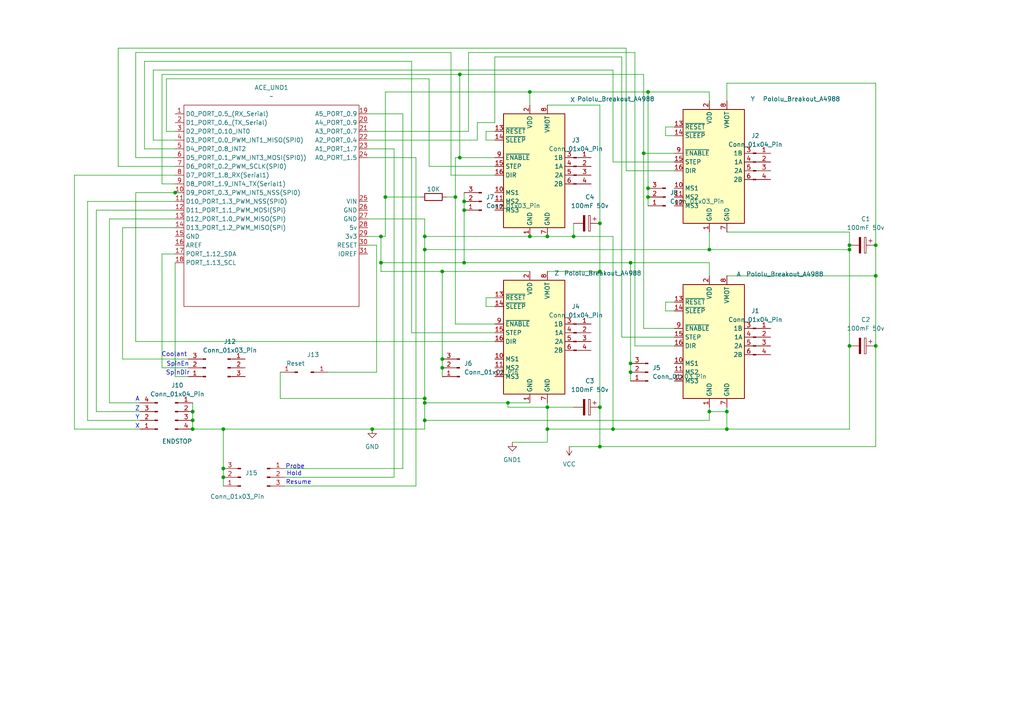
<source format=kicad_sch>
(kicad_sch (version 20250114) (generator "eeschema") (generator_version "9.0")
  (paper "A4")
  (lib_symbols
    (symbol "Connector:Conn_01x01_Pin" (pin_names (offset 1.016) (hide yes))
      (property "Reference" "J" (at 0 2.54 0))
      (property "Value" "Conn_01x01_Pin" (at 0 -2.54 0))
      (symbol "Conn_01x01_Pin_1_1"
        (rectangle (start 0.8636 0.127) (end 0 -0.127) (stroke (width 0.1524)) (fill (type outline)))
        (polyline (pts (xy 1.27 0) (xy 0.8636 0)) (stroke (width 0.1524)))
        (pin passive line (at 5.08 0 180) (length 3.81) (name "Pin_1") (number "1"))
      )
    )
    (symbol "Connector:Conn_01x03_Pin" (pin_names (offset 1.016) (hide yes))
      (property "Reference" "J" (at 0 5.08 0))
      (property "Value" "Conn_01x03_Pin" (at 0 -5.08 0))
      (symbol "Conn_01x03_Pin_1_1"
        (rectangle (start 0.8636 2.667) (end 0 2.413) (stroke (width 0.1524)) (fill (type outline)))
        (rectangle (start 0.8636 0.127) (end 0 -0.127) (stroke (width 0.1524)) (fill (type outline)))
        (rectangle (start 0.8636 -2.413) (end 0 -2.667) (stroke (width 0.1524)) (fill (type outline)))
        (polyline (pts (xy 1.27 2.54) (xy 0.8636 2.54)) (stroke (width 0.1524)))
        (polyline (pts (xy 1.27 0) (xy 0.8636 0)) (stroke (width 0.1524)))
        (polyline (pts (xy 1.27 -2.54) (xy 0.8636 -2.54)) (stroke (width 0.1524)))
        (pin passive line (at 5.08 2.54 180) (length 3.81) (name "Pin_1") (number "1"))
        (pin passive line (at 5.08 0 180) (length 3.81) (name "Pin_2") (number "2"))
        (pin passive line (at 5.08 -2.54 180) (length 3.81) (name "Pin_3") (number "3"))
      )
    )
    (symbol "Connector:Conn_01x04_Pin" (pin_names (offset 1.016) (hide yes))
      (property "Reference" "J" (at 0 5.08 0))
      (property "Value" "Conn_01x04_Pin" (at 0 -7.62 0))
      (symbol "Conn_01x04_Pin_1_1"
        (rectangle (start 0.8636 2.667) (end 0 2.413) (stroke (width 0.1524)) (fill (type outline)))
        (rectangle (start 0.8636 0.127) (end 0 -0.127) (stroke (width 0.1524)) (fill (type outline)))
        (rectangle (start 0.8636 -2.413) (end 0 -2.667) (stroke (width 0.1524)) (fill (type outline)))
        (rectangle (start 0.8636 -4.953) (end 0 -5.207) (stroke (width 0.1524)) (fill (type outline)))
        (polyline (pts (xy 1.27 2.54) (xy 0.8636 2.54)) (stroke (width 0.1524)))
        (polyline (pts (xy 1.27 0) (xy 0.8636 0)) (stroke (width 0.1524)))
        (polyline (pts (xy 1.27 -2.54) (xy 0.8636 -2.54)) (stroke (width 0.1524)))
        (polyline (pts (xy 1.27 -5.08) (xy 0.8636 -5.08)) (stroke (width 0.1524)))
        (pin passive line (at 5.08 2.54 180) (length 3.81) (name "Pin_1") (number "1"))
        (pin passive line (at 5.08 0 180) (length 3.81) (name "Pin_2") (number "2"))
        (pin passive line (at 5.08 -2.54 180) (length 3.81) (name "Pin_3") (number "3"))
        (pin passive line (at 5.08 -5.08 180) (length 3.81) (name "Pin_4") (number "4"))
      )
    )
    (symbol "Device:C_Polarized" (pin_numbers (hide yes)) (pin_names (offset 0.254))
      (property "Reference" "C" (at 0.635 2.54 0))
      (property "Value" "C_Polarized" (at 0.635 -2.54 0))
      (symbol "C_Polarized_0_1"
        (rectangle (start -2.286 0.508) (end 2.286 1.016))
        (polyline (pts (xy -1.778 2.286) (xy -0.762 2.286)))
        (polyline (pts (xy -1.27 2.794) (xy -1.27 1.778)))
        (rectangle (start 2.286 -0.508) (end -2.286 -1.016) (fill (type outline)))
      )
      (symbol "C_Polarized_1_1"
        (pin passive line (at 0 3.81 270) (length 2.794) (name "~") (number "1"))
        (pin passive line (at 0 -3.81 90) (length 2.794) (name "~") (number "2"))
      )
    )
    (symbol "Device:R" (pin_numbers (hide yes)) (pin_names (offset 0))
      (property "Reference" "R" (at 2.032 0 90))
      (property "Value" "R" (at 0 0 90))
      (symbol "R_0_1"
        (rectangle (start -1.016 -2.54) (end 1.016 2.54) (stroke (width 0.254)))
      )
      (symbol "R_1_1"
        (pin passive line (at 0 3.81 270) (length 1.27) (name "~") (number "1"))
        (pin passive line (at 0 -3.81 90) (length 1.27) (name "~") (number "2"))
      )
    )
    (symbol "Driver_Motor:Pololu_Breakout_A4988"
      (property "Reference" "A" (at -2.54 19.05 0))
      (property "Value" "Pololu_Breakout_A4988" (at -2.54 16.51 0))
      (symbol "Pololu_Breakout_A4988_0_1"
        (rectangle (start 10.16 -17.78) (end -7.62 15.24) (stroke (width 0.254)) (fill (type background)))
      )
      (symbol "Pololu_Breakout_A4988_1_1"
        (pin input line (at -10.16 10.16 0) (length 2.54) (name "~{RESET}") (number "13"))
        (pin input line (at -10.16 7.62 0) (length 2.54) (name "~{SLEEP}") (number "14"))
        (pin input line (at -10.16 2.54 0) (length 2.54) (name "~{ENABLE}") (number "9"))
        (pin input line (at -10.16 0 0) (length 2.54) (name "STEP") (number "15"))
        (pin input line (at -10.16 -2.54 0) (length 2.54) (name "DIR") (number "16"))
        (pin input line (at -10.16 -7.62 0) (length 2.54) (name "MS1") (number "10"))
        (pin input line (at -10.16 -10.16 0) (length 2.54) (name "MS2") (number "11"))
        (pin input line (at -10.16 -12.7 0) (length 2.54) (name "MS3") (number "12"))
        (pin power_in line (at 0 17.78 270) (length 2.54) (name "VDD") (number "2"))
        (pin power_in line (at 0 -20.32 90) (length 2.54) (name "GND") (number "1"))
        (pin power_in line (at 5.08 17.78 270) (length 2.54) (name "VMOT") (number "8"))
        (pin power_in line (at 5.08 -20.32 90) (length 2.54) (name "GND") (number "7"))
        (pin output line (at 12.7 2.54 180) (length 2.54) (name "1B") (number "3"))
        (pin output line (at 12.7 0 180) (length 2.54) (name "1A") (number "4"))
        (pin output line (at 12.7 -2.54 180) (length 2.54) (name "2A") (number "5"))
        (pin output line (at 12.7 -5.08 180) (length 2.54) (name "2B") (number "6"))
      )
    )
    (symbol "elron:ACE_UNO"
      (property "Reference" "ACE_UNO" (at -134.366 184.404 0))
      (symbol "ACE_UNO_0_0"
        (pin input line (at -163.83 180.34 0) (length 2.54) (name "D0_PORT_0.5_(RX_Serial)") (number "1"))
        (pin output line (at -163.83 177.8 0) (length 2.54) (name "D1_PORT_0.6_(TX_Serial)") (number "2"))
        (pin bidirectional line (at -163.83 175.26 0) (length 2.54) (name "D2_PORT_0.10_INT0") (number "3"))
        (pin bidirectional line (at -163.83 172.72 0) (length 2.54) (name "D3_PORT_0.0_PWM_INT1_MISO(SPI0)") (number "4"))
        (pin bidirectional line (at -163.83 170.18 0) (length 2.54) (name "D4_PORT_0.8_INT2") (number "5"))
        (pin bidirectional line (at -163.83 167.64 0) (length 2.54) (name "D5_PORT_0.1_PWM_INT3_MOSI(SPI0))") (number "6"))
        (pin bidirectional line (at -163.83 165.1 0) (length 2.54) (name "D6_PORT_0.2_PWM_SCLK(SPI0)") (number "7"))
        (pin bidirectional line (at -163.83 162.56 0) (length 2.54) (name "D7_PORT_1.8_RX(Serial1)") (number "8"))
        (pin bidirectional line (at -163.83 160.02 0) (length 2.54) (name "D8_PORT_1.9_INT4_TX(Serial1)") (number "9"))
        (pin bidirectional line (at -163.83 157.48 0) (length 2.54) (name "D9_PORT_0.3_PWM_INT5_NSS(SPI0)") (number "10"))
        (pin bidirectional line (at -163.83 154.94 0) (length 2.54) (name "D10_PORT_1.3_PWM_NSS(SPI0)") (number "11"))
        (pin bidirectional line (at -163.83 152.4 0) (length 2.54) (name "D11_PORT_1.1_PWM_MOSI(SPI)") (number "12"))
        (pin bidirectional line (at -163.83 149.86 0) (length 2.54) (name "D12_PORT_1.0_PWM_MISO(SPI)") (number "13"))
        (pin bidirectional line (at -163.83 147.32 0) (length 2.54) (name "D13_PORT_1.2_PWM_MISO(SPI)") (number "14"))
        (pin passive line (at -163.83 144.78 0) (length 2.54) (name "GND") (number "15"))
        (pin free line (at -163.83 142.24 0) (length 2.54) (name "AREF") (number "16"))
        (pin bidirectional line (at -163.83 139.7 0) (length 2.54) (name "PORT_1.12_SDA") (number "17"))
        (pin bidirectional line (at -163.83 137.16 0) (length 2.54) (name "PORT_1.13_SCL") (number "18"))
        (pin bidirectional line (at -107.95 180.34 180) (length 2.54) (name "A5_PORT_0.9") (number "19"))
        (pin bidirectional line (at -107.95 177.8 180) (length 2.54) (name "A4_PORT_0.9") (number "20"))
        (pin bidirectional line (at -107.95 175.26 180) (length 2.54) (name "А3_PORT_0.7") (number "21"))
        (pin bidirectional line (at -107.95 172.72 180) (length 2.54) (name "А2_PORT_0.4") (number "22"))
        (pin bidirectional line (at -107.95 170.18 180) (length 2.54) (name "А1_PORT_1.7") (number "23"))
        (pin bidirectional line (at -107.95 167.64 180) (length 2.54) (name "А0_PORT_1.5") (number "24"))
        (pin power_in line (at -107.95 154.94 180) (length 2.54) (name "VIN") (number "25"))
        (pin passive line (at -107.95 152.4 180) (length 2.54) (name "GND") (number "26"))
        (pin passive line (at -107.95 149.86 180) (length 2.54) (name "GND") (number "27"))
        (pin power_out line (at -107.95 147.32 180) (length 2.54) (name "5v") (number "28"))
        (pin power_out line (at -107.95 144.78 180) (length 2.54) (name "3v3") (number "29"))
        (pin bidirectional line (at -107.95 142.24 180) (length 2.54) (name "RESET") (number "30"))
        (pin bidirectional line (at -107.95 139.7 180) (length 2.54) (name "IOREF") (number "31"))
      )
      (symbol "ACE_UNO_0_1"
        (rectangle (start -161.29 182.88) (end -110.49 124.46))
      )
    )
    (symbol "power:GND" (power) (pin_numbers (hide yes)) (pin_names (offset 0) (hide yes))
      (property "Value" "GND" (at 0 -3.81 0))
      (symbol "GND_0_1"
        (polyline (pts (xy 0 0) (xy 0 -1.27) (xy 1.27 -1.27) (xy 0 -2.54) (xy -1.27 -1.27) (xy 0 -1.27)))
      )
      (symbol "GND_1_1"
        (pin power_in line (at 0 0 270) (length 0) (name "~") (number "1"))
      )
    )
    (symbol "power:GND1" (power) (pin_numbers (hide yes)) (pin_names (offset 0) (hide yes))
      (property "Value" "GND1" (at 0 -3.81 0))
      (symbol "GND1_0_1"
        (polyline (pts (xy 0 0) (xy 0 -1.27) (xy 1.27 -1.27) (xy 0 -2.54) (xy -1.27 -1.27) (xy 0 -1.27)))
      )
      (symbol "GND1_1_1"
        (pin power_in line (at 0 0 270) (length 0) (name "~") (number "1"))
      )
    )
    (symbol "power:VCC" (power) (pin_numbers (hide yes)) (pin_names (offset 0) (hide yes))
      (property "Value" "VCC" (at 0 3.556 0))
      (symbol "VCC_0_1"
        (polyline (pts (xy -0.762 1.27) (xy 0 2.54)))
        (polyline (pts (xy 0 2.54) (xy 0.762 1.27)))
        (polyline (pts (xy 0 0) (xy 0 2.54)))
      )
      (symbol "VCC_1_1"
        (pin power_in line (at 0 0 90) (length 0) (name "~") (number "1"))
      )
    )
  )
  (text "Resume" (at 86.614 139.954 0) (effects (font (size 1.27 1.27))))
  (text "Coolant" (at 50.546 102.87 0) (effects (font (size 1.27 1.27))))
  (text "A" (at 39.878 115.824 0) (effects (font (size 1.27 1.27))))
  (text "X" (at 39.878 123.698 0) (effects (font (size 1.27 1.27))))
  (text "Probe" (at 85.598 135.382 0) (effects (font (size 1.27 1.27))))
  (text "Y" (at 39.878 121.158 0) (effects (font (size 1.27 1.27))))
  (text "SpinEn" (at 51.562 105.664 0) (effects (font (size 1.27 1.27))))
  (text "Z" (at 39.878 118.618 0) (effects (font (size 1.27 1.27))))
  (text "Hold" (at 85.344 137.414 0) (effects (font (size 1.27 1.27))))
  (text "SpinDir" (at 51.562 108.204 0) (effects (font (size 1.27 1.27))))
  (junction (at 64.77 124.46))
  (junction (at 246.38 100.33))
  (junction (at 182.88 105.41))
  (junction (at 187.96 54.61))
  (junction (at 123.19 115.57))
  (junction (at 134.62 60.96))
  (junction (at 55.88 119.38))
  (junction (at 64.77 135.89))
  (junction (at 50.8 55.88))
  (junction (at 111.76 57.15))
  (junction (at 205.74 119.38))
  (junction (at 158.75 68.58))
  (junction (at 134.62 58.42))
  (junction (at 177.8 124.46))
  (junction (at 153.67 26.67))
  (junction (at 128.27 104.14))
  (junction (at 153.67 68.58))
  (junction (at 210.82 124.46))
  (junction (at 254 100.33))
  (junction (at 128.27 78.74))
  (junction (at 205.74 72.39))
  (junction (at 158.75 118.11))
  (junction (at 133.35 21.59))
  (junction (at 123.19 72.39))
  (junction (at 210.82 119.38))
  (junction (at 132.08 57.15))
  (junction (at 173.99 64.77))
  (junction (at 182.88 76.2))
  (junction (at 187.96 57.15))
  (junction (at 64.77 138.43))
  (junction (at 254 71.12))
  (junction (at 186.69 44.45))
  (junction (at 166.37 68.58))
  (junction (at 173.99 129.54))
  (junction (at 158.75 124.46))
  (junction (at 107.95 124.46))
  (junction (at 173.99 78.74))
  (junction (at 246.38 72.39))
  (junction (at 134.62 76.2))
  (junction (at 187.96 26.67))
  (junction (at 254 80.01))
  (junction (at 123.19 68.58))
  (junction (at 173.99 118.11))
  (junction (at 110.49 76.2))
  (junction (at 147.32 116.84))
  (junction (at 123.19 121.92))
  (junction (at 133.35 45.72))
  (junction (at 128.27 106.68))
  (junction (at 55.88 121.92))
  (junction (at 246.38 71.12))
  (junction (at 55.88 124.46))
  (junction (at 123.19 116.84))
  (junction (at 110.49 68.58))
  (junction (at 182.88 107.95))
  (wire (pts (xy 25.4 58.42) (xy 25.4 121.92)))
  (wire (pts (xy 123.19 68.58) (xy 123.19 72.39)))
  (wire (pts (xy 109.22 71.12) (xy 109.22 107.95)))
  (wire (pts (xy 31.75 116.84) (xy 40.64 116.84)))
  (wire (pts (xy 140.97 86.36) (xy 140.97 88.9)))
  (wire (pts (xy 41.91 43.18) (xy 41.91 17.78)))
  (wire (pts (xy 21.59 50.8) (xy 21.59 124.46)))
  (wire (pts (xy 153.67 78.74) (xy 128.27 78.74)))
  (wire (pts (xy 130.81 15.24) (xy 130.81 50.8)))
  (wire (pts (xy 147.32 116.84) (xy 123.19 116.84)))
  (wire (pts (xy 123.19 63.5) (xy 123.19 68.58)))
  (wire (pts (xy 134.62 76.2) (xy 182.88 76.2)))
  (wire (pts (xy 210.82 80.01) (xy 254 80.01)))
  (wire (pts (xy 205.74 119.38) (xy 210.82 119.38)))
  (wire (pts (xy 210.82 118.11) (xy 210.82 119.38)))
  (wire (pts (xy 50.8 55.88) (xy 39.37 55.88)))
  (wire (pts (xy 187.96 54.61) (xy 187.96 57.15)))
  (wire (pts (xy 193.04 90.17) (xy 195.58 90.17)))
  (wire (pts (xy 158.75 30.48) (xy 173.99 30.48)))
  (wire (pts (xy 134.62 58.42) (xy 134.62 60.96)))
  (wire (pts (xy 133.35 45.72) (xy 143.51 45.72)))
  (wire (pts (xy 39.37 45.72) (xy 39.37 15.24)))
  (wire (pts (xy 210.82 119.38) (xy 210.82 124.46)))
  (wire (pts (xy 48.26 38.1) (xy 48.26 22.86)))
  (wire (pts (xy 46.99 106.68) (xy 54.61 106.68)))
  (wire (pts (xy 187.96 26.67) (xy 205.74 26.67)))
  (wire (pts (xy 124.46 22.86) (xy 124.46 48.26)))
  (wire (pts (xy 184.15 15.24) (xy 184.15 100.33)))
  (wire (pts (xy 106.68 40.64) (xy 138.43 40.64)))
  (wire (pts (xy 39.37 55.88) (xy 39.37 99.06)))
  (wire (pts (xy 138.43 35.56) (xy 143.51 35.56)))
  (wire (pts (xy 35.56 104.14) (xy 54.61 104.14)))
  (wire (pts (xy 158.75 68.58) (xy 166.37 68.58)))
  (wire (pts (xy 153.67 116.84) (xy 147.32 116.84)))
  (wire (pts (xy 246.38 71.12) (xy 246.38 72.39)))
  (wire (pts (xy 158.75 78.74) (xy 173.99 78.74)))
  (wire (pts (xy 50.8 76.2) (xy 50.8 109.22)))
  (wire (pts (xy 186.69 21.59) (xy 186.69 44.45)))
  (wire (pts (xy 246.38 72.39) (xy 246.38 100.33)))
  (wire (pts (xy 31.75 63.5) (xy 31.75 116.84)))
  (wire (pts (xy 128.27 106.68) (xy 128.27 109.22)))
  (wire (pts (xy 173.99 30.48) (xy 173.99 64.77)))
  (wire (pts (xy 158.75 124.46) (xy 158.75 128.27)))
  (wire (pts (xy 48.26 22.86) (xy 124.46 22.86)))
  (wire (pts (xy 111.76 26.67) (xy 111.76 57.15)))
  (wire (pts (xy 254 24.13) (xy 254 71.12)))
  (wire (pts (xy 177.8 20.32) (xy 177.8 46.99)))
  (wire (pts (xy 132.08 45.72) (xy 133.35 45.72)))
  (wire (pts (xy 111.76 26.67) (xy 153.67 26.67)))
  (wire (pts (xy 44.45 40.64) (xy 44.45 20.32)))
  (wire (pts (xy 186.69 95.25) (xy 195.58 95.25)))
  (wire (pts (xy 246.38 124.46) (xy 210.82 124.46)))
  (wire (pts (xy 55.88 121.92) (xy 55.88 124.46)))
  (wire (pts (xy 153.67 68.58) (xy 123.19 68.58)))
  (wire (pts (xy 120.65 140.97) (xy 82.55 140.97)))
  (wire (pts (xy 135.89 15.24) (xy 184.15 15.24)))
  (wire (pts (xy 109.22 107.95) (xy 95.25 107.95)))
  (wire (pts (xy 123.19 115.57) (xy 123.19 116.84)))
  (wire (pts (xy 135.89 38.1) (xy 135.89 15.24)))
  (wire (pts (xy 153.67 26.67) (xy 187.96 26.67)))
  (wire (pts (xy 205.74 72.39) (xy 246.38 72.39)))
  (wire (pts (xy 153.67 30.48) (xy 153.67 26.67)))
  (wire (pts (xy 111.76 68.58) (xy 110.49 68.58)))
  (wire (pts (xy 180.34 16.51) (xy 180.34 97.79)))
  (wire (pts (xy 106.68 38.1) (xy 135.89 38.1)))
  (wire (pts (xy 39.37 15.24) (xy 130.81 15.24)))
  (wire (pts (xy 158.75 128.27) (xy 148.59 128.27)))
  (wire (pts (xy 123.19 116.84) (xy 123.19 121.92)))
  (wire (pts (xy 180.34 97.79) (xy 195.58 97.79)))
  (wire (pts (xy 254 100.33) (xy 254 129.54)))
  (wire (pts (xy 195.58 36.83) (xy 193.04 36.83)))
  (wire (pts (xy 55.88 119.38) (xy 55.88 121.92)))
  (wire (pts (xy 205.74 118.11) (xy 205.74 119.38)))
  (wire (pts (xy 64.77 124.46) (xy 107.95 124.46)))
  (wire (pts (xy 193.04 39.37) (xy 195.58 39.37)))
  (wire (pts (xy 106.68 33.02) (xy 116.84 33.02)))
  (wire (pts (xy 187.96 26.67) (xy 187.96 54.61)))
  (wire (pts (xy 147.32 116.84) (xy 147.32 118.11)))
  (wire (pts (xy 153.67 68.58) (xy 158.75 68.58)))
  (wire (pts (xy 184.15 100.33) (xy 195.58 100.33)))
  (wire (pts (xy 195.58 87.63) (xy 193.04 87.63)))
  (wire (pts (xy 187.96 57.15) (xy 187.96 59.69)))
  (wire (pts (xy 110.49 76.2) (xy 110.49 78.74)))
  (wire (pts (xy 210.82 29.21) (xy 210.82 24.13)))
  (wire (pts (xy 143.51 16.51) (xy 180.34 16.51)))
  (wire (pts (xy 140.97 38.1) (xy 140.97 40.64)))
  (wire (pts (xy 27.94 119.38) (xy 40.64 119.38)))
  (wire (pts (xy 50.8 63.5) (xy 31.75 63.5)))
  (wire (pts (xy 41.91 17.78) (xy 119.38 17.78)))
  (wire (pts (xy 27.94 60.96) (xy 27.94 119.38)))
  (wire (pts (xy 50.8 50.8) (xy 21.59 50.8)))
  (wire (pts (xy 64.77 135.89) (xy 64.77 124.46)))
  (wire (pts (xy 182.88 76.2) (xy 182.88 105.41)))
  (wire (pts (xy 186.69 44.45) (xy 195.58 44.45)))
  (wire (pts (xy 210.82 24.13) (xy 254 24.13)))
  (wire (pts (xy 110.49 76.2) (xy 134.62 76.2)))
  (wire (pts (xy 46.99 21.59) (xy 133.35 21.59)))
  (wire (pts (xy 123.19 72.39) (xy 123.19 115.57)))
  (wire (pts (xy 133.35 21.59) (xy 133.35 45.72)))
  (wire (pts (xy 143.51 35.56) (xy 143.51 16.51)))
  (wire (pts (xy 50.8 53.34) (xy 46.99 53.34)))
  (wire (pts (xy 173.99 118.11) (xy 173.99 129.54)))
  (wire (pts (xy 119.38 96.52) (xy 143.51 96.52)))
  (wire (pts (xy 34.29 48.26) (xy 34.29 13.97)))
  (wire (pts (xy 158.75 116.84) (xy 158.75 118.11)))
  (wire (pts (xy 110.49 68.58) (xy 110.49 76.2)))
  (wire (pts (xy 177.8 124.46) (xy 158.75 124.46)))
  (wire (pts (xy 177.8 46.99) (xy 195.58 46.99)))
  (wire (pts (xy 50.8 73.66) (xy 46.99 73.66)))
  (wire (pts (xy 181.61 49.53) (xy 195.58 49.53)))
  (wire (pts (xy 39.37 99.06) (xy 143.51 99.06)))
  (wire (pts (xy 130.81 50.8) (xy 143.51 50.8)))
  (wire (pts (xy 186.69 44.45) (xy 186.69 95.25)))
  (wire (pts (xy 44.45 20.32) (xy 177.8 20.32)))
  (wire (pts (xy 123.19 72.39) (xy 205.74 72.39)))
  (wire (pts (xy 181.61 13.97) (xy 181.61 49.53)))
  (wire (pts (xy 111.76 57.15) (xy 111.76 68.58)))
  (wire (pts (xy 55.88 116.84) (xy 55.88 119.38)))
  (wire (pts (xy 193.04 87.63) (xy 193.04 90.17)))
  (wire (pts (xy 134.62 60.96) (xy 134.62 76.2)))
  (wire (pts (xy 177.8 68.58) (xy 177.8 124.46)))
  (wire (pts (xy 64.77 140.97) (xy 64.77 138.43)))
  (wire (pts (xy 46.99 53.34) (xy 46.99 21.59)))
  (wire (pts (xy 106.68 43.18) (xy 114.3 43.18)))
  (wire (pts (xy 173.99 78.74) (xy 173.99 118.11)))
  (wire (pts (xy 50.8 58.42) (xy 25.4 58.42)))
  (wire (pts (xy 173.99 64.77) (xy 173.99 78.74)))
  (wire (pts (xy 106.68 45.72) (xy 120.65 45.72)))
  (wire (pts (xy 50.8 48.26) (xy 34.29 48.26)))
  (wire (pts (xy 138.43 40.64) (xy 138.43 35.56)))
  (wire (pts (xy 205.74 29.21) (xy 205.74 26.67)))
  (wire (pts (xy 123.19 63.5) (xy 106.68 63.5)))
  (wire (pts (xy 35.56 66.04) (xy 35.56 104.14)))
  (wire (pts (xy 50.8 43.18) (xy 41.91 43.18)))
  (wire (pts (xy 254 71.12) (xy 254 80.01)))
  (wire (pts (xy 129.54 57.15) (xy 132.08 57.15)))
  (wire (pts (xy 132.08 45.72) (xy 132.08 57.15)))
  (wire (pts (xy 64.77 138.43) (xy 64.77 135.89)))
  (wire (pts (xy 133.35 21.59) (xy 186.69 21.59)))
  (wire (pts (xy 50.8 45.72) (xy 39.37 45.72)))
  (wire (pts (xy 143.51 86.36) (xy 140.97 86.36)))
  (wire (pts (xy 166.37 68.58) (xy 177.8 68.58)))
  (wire (pts (xy 106.68 71.12) (xy 109.22 71.12)))
  (wire (pts (xy 50.8 66.04) (xy 35.56 66.04)))
  (wire (pts (xy 116.84 33.02) (xy 116.84 135.89)))
  (wire (pts (xy 46.99 73.66) (xy 46.99 106.68)))
  (wire (pts (xy 116.84 135.89) (xy 82.55 135.89)))
  (wire (pts (xy 50.8 60.96) (xy 27.94 60.96)))
  (wire (pts (xy 147.32 118.11) (xy 158.75 118.11)))
  (wire (pts (xy 120.65 45.72) (xy 120.65 140.97)))
  (wire (pts (xy 124.46 48.26) (xy 143.51 48.26)))
  (wire (pts (xy 173.99 129.54) (xy 165.1 129.54)))
  (wire (pts (xy 111.76 57.15) (xy 121.92 57.15)))
  (wire (pts (xy 107.95 124.46) (xy 123.19 124.46)))
  (wire (pts (xy 246.38 100.33) (xy 246.38 124.46)))
  (wire (pts (xy 81.28 115.57) (xy 123.19 115.57)))
  (wire (pts (xy 81.28 107.95) (xy 81.28 115.57)))
  (wire (pts (xy 182.88 76.2) (xy 205.74 76.2)))
  (wire (pts (xy 158.75 118.11) (xy 166.37 118.11)))
  (wire (pts (xy 158.75 118.11) (xy 158.75 124.46)))
  (wire (pts (xy 50.8 109.22) (xy 54.61 109.22)))
  (wire (pts (xy 254 129.54) (xy 173.99 129.54)))
  (wire (pts (xy 134.62 55.88) (xy 134.62 58.42)))
  (wire (pts (xy 210.82 124.46) (xy 177.8 124.46)))
  (wire (pts (xy 182.88 107.95) (xy 182.88 110.49)))
  (wire (pts (xy 210.82 67.31) (xy 246.38 67.31)))
  (wire (pts (xy 205.74 119.38) (xy 205.74 121.92)))
  (wire (pts (xy 246.38 67.31) (xy 246.38 71.12)))
  (wire (pts (xy 132.08 57.15) (xy 132.08 93.98)))
  (wire (pts (xy 34.29 13.97) (xy 181.61 13.97)))
  (wire (pts (xy 50.8 38.1) (xy 48.26 38.1)))
  (wire (pts (xy 123.19 121.92) (xy 123.19 124.46)))
  (wire (pts (xy 182.88 105.41) (xy 182.88 107.95)))
  (wire (pts (xy 50.8 40.64) (xy 44.45 40.64)))
  (wire (pts (xy 119.38 17.78) (xy 119.38 96.52)))
  (wire (pts (xy 128.27 104.14) (xy 128.27 106.68)))
  (wire (pts (xy 205.74 80.01) (xy 205.74 76.2)))
  (wire (pts (xy 140.97 88.9) (xy 143.51 88.9)))
  (wire (pts (xy 205.74 67.31) (xy 205.74 72.39)))
  (wire (pts (xy 128.27 78.74) (xy 110.49 78.74)))
  (wire (pts (xy 110.49 68.58) (xy 106.68 68.58)))
  (wire (pts (xy 25.4 121.92) (xy 40.64 121.92)))
  (wire (pts (xy 140.97 40.64) (xy 143.51 40.64)))
  (wire (pts (xy 55.88 124.46) (xy 64.77 124.46)))
  (wire (pts (xy 166.37 64.77) (xy 166.37 68.58)))
  (wire (pts (xy 254 80.01) (xy 254 100.33)))
  (wire (pts (xy 128.27 78.74) (xy 128.27 104.14)))
  (wire (pts (xy 132.08 93.98) (xy 143.51 93.98)))
  (wire (pts (xy 114.3 43.18) (xy 114.3 138.43)))
  (wire (pts (xy 143.51 38.1) (xy 140.97 38.1)))
  (wire (pts (xy 114.3 138.43) (xy 82.55 138.43)))
  (wire (pts (xy 52.07 55.88) (xy 50.8 55.88)))
  (wire (pts (xy 193.04 36.83) (xy 193.04 39.37)))
  (wire (pts (xy 123.19 121.92) (xy 205.74 121.92)))
  (wire (pts (xy 21.59 124.46) (xy 40.64 124.46)))
  (symbol (lib_id "Connector:Conn_01x03_Pin") (at 59.69 106.68 180) (unit 1)
    (property "Reference" "J14" (effects (hide yes)))
    (property "Value" "Conn_01x03_Pin" (effects (hide yes)))
    (property "Description" "Generic connector, single row, 01x03, script generated" (effects (hide yes)))
  )
  (symbol (lib_id "Connector:Conn_01x04_Pin") (at 218.44 46.99 0) (unit 1)
    (property "Reference" "J2" (at 219.075 39.37 0))
    (property "Value" "Conn_01x04_Pin" (at 219.075 41.91 0))
    (property "Description" "Generic connector, single row, 01x04, script generated" (effects (hide yes)))
  )
  (symbol (lib_id "Connector:Conn_01x03_Pin") (at 77.47 138.43 0) (unit 1)
    (property "Reference" "J16" (effects (hide yes)))
    (property "Value" "Conn_01x03_Pin" (effects (hide yes)))
    (property "Description" "Generic connector, single row, 01x03, script generated" (effects (hide yes)))
  )
  (symbol (lib_id "Device:C_Polarized") (at 250.19 100.33 270) (unit 1)
    (property "Reference" "C2" (at 251.079 92.71 90))
    (property "Value" "100mF 50v" (at 251.079 95.25 90))
    (property "Description" "Polarized capacitor" (effects (hide yes)))
  )
  (symbol (lib_id "Connector:Conn_01x01_Pin") (at 90.17 107.95 0) (unit 1)
    (property "Reference" "J13" (at 90.805 102.87 0))
    (property "Value" "Conn_01x01_Pin" (effects (hide yes)))
    (property "Description" "Generic connector, single row, 01x01, script generated" (effects (hide yes)))
  )
  (symbol (lib_id "Connector:Conn_01x03_Pin") (at 193.04 57.15 180) (unit 1)
    (property "Reference" "J8" (at 194.31 55.8799 0) (effects (justify right)))
    (property "Value" "Conn_01x03_Pin" (at 194.31 58.4199 0) (effects (justify right)))
    (property "Description" "Generic connector, single row, 01x03, script generated" (effects (hide yes)))
  )
  (symbol (lib_id "Connector:Conn_01x04_Pin") (at 45.72 121.92 180) (unit 1)
    (property "Reference" "J9" (effects (hide yes)))
    (property "Value" "ENDSTOP" (at 46.99 128.016 0) (effects (justify right)))
    (property "Description" "Generic connector, single row, 01x04, script generated" (effects (hide yes)))
  )
  (symbol (lib_id "Connector:Conn_01x04_Pin") (at 50.8 119.38 0) (unit 1)
    (property "Reference" "J10" (at 51.435 111.76 0))
    (property "Value" "Conn_01x04_Pin" (at 51.435 114.3 0))
    (property "Description" "Generic connector, single row, 01x04, script generated" (effects (hide yes)))
  )
  (symbol (lib_id "power:VCC") (at 165.1 129.54 180) (unit 1)
    (property "Reference" "#PWR03" (effects (hide yes)))
    (property "Value" "VCC" (at 165.1 134.62 0))
    (property "Description" "Power symbol creates a global label with name \"VCC\"" (effects (hide yes)))
  )
  (symbol (lib_id "Device:C_Polarized") (at 250.19 71.12 270) (unit 1)
    (property "Reference" "C1" (at 251.079 63.5 90))
    (property "Value" "100mF 50v" (at 251.079 66.04 90))
    (property "Description" "Polarized capacitor" (effects (hide yes)))
  )
  (symbol (lib_id "Driver_Motor:Pololu_Breakout_A4988") (at 205.74 97.79 0) (unit 1)
    (property "Reference" "A" (at 213.614 79.502 0) (effects (justify left)))
    (property "Value" "Pololu_Breakout_A4988" (at 216.408 79.502 0) (effects (justify left)))
    (property "Footprint" "Module:Pololu_Breakout-16_15.2x20.3mm" (effects (hide yes)))
    (property "Datasheet" "https://www.pololu.com/product/2980/pictures" (effects (hide yes)))
    (property "Description" "Pololu Breakout Board, Stepper Driver A4988" (effects (hide yes)))
  )
  (symbol (lib_id "Connector:Conn_01x04_Pin") (at 166.37 96.52 0) (unit 1)
    (property "Reference" "J4" (at 167.005 88.9 0))
    (property "Value" "Conn_01x04_Pin" (at 167.005 91.44 0))
    (property "Description" "Generic connector, single row, 01x04, script generated" (effects (hide yes)))
  )
  (symbol (lib_id "Device:C_Polarized") (at 170.18 118.11 270) (unit 1)
    (property "Reference" "C3" (at 171.069 110.49 90))
    (property "Value" "100mF 50v" (at 171.069 113.03 90))
    (property "Description" "Polarized capacitor" (effects (hide yes)))
  )
  (symbol (lib_id "Driver_Motor:Pololu_Breakout_A4988") (at 153.67 96.52 0) (unit 1)
    (property "Reference" "Z" (at 160.782 79.248 0) (effects (justify left)))
    (property "Value" "Pololu_Breakout_A4988" (at 163.576 79.248 0) (effects (justify left)))
    (property "Footprint" "Module:Pololu_Breakout-16_15.2x20.3mm" (effects (hide yes)))
    (property "Datasheet" "https://www.pololu.com/product/2980/pictures" (effects (hide yes)))
    (property "Description" "Pololu Breakout Board, Stepper Driver A4988" (effects (hide yes)))
  )
  (symbol (lib_id "Device:C_Polarized") (at 170.18 64.77 270) (unit 1)
    (property "Reference" "C4" (at 171.069 57.15 90))
    (property "Value" "100mF 50v" (at 171.069 59.69 90))
    (property "Description" "Polarized capacitor" (effects (hide yes)))
  )
  (symbol (lib_id "Connector:Conn_01x03_Pin") (at 66.04 106.68 0) (unit 1)
    (property "Reference" "J12" (at 66.675 99.06 0))
    (property "Value" "Conn_01x03_Pin" (at 66.675 101.6 0))
    (property "Description" "Generic connector, single row, 01x03, script generated" (effects (hide yes)))
  )
  (symbol (lib_id "elron:ACE_UNO") (at 214.63 213.36 0) (unit 1)
    (property "Reference" "ACE_UNO1" (at 78.74 25.4 0))
    (property "Value" "~" (at 78.74 27.94 0))
    (property "Datasheet" "https://docs.elron.tech/arduino/elbear-ace-uno" (effects (hide yes)))
  )
  (symbol (lib_id "Connector:Conn_01x04_Pin") (at 218.44 97.79 0) (unit 1)
    (property "Reference" "J1" (at 219.075 90.17 0))
    (property "Value" "Conn_01x04_Pin" (at 219.075 92.71 0))
    (property "Description" "Generic connector, single row, 01x04, script generated" (effects (hide yes)))
  )
  (symbol (lib_id "Connector:Conn_01x03_Pin") (at 187.96 107.95 180) (unit 1)
    (property "Reference" "J5" (at 189.23 106.6799 0) (effects (justify right)))
    (property "Value" "Conn_01x03_Pin" (at 189.23 109.2199 0) (effects (justify right)))
    (property "Description" "Generic connector, single row, 01x03, script generated" (effects (hide yes)))
  )
  (symbol (lib_id "Driver_Motor:Pololu_Breakout_A4988") (at 205.74 46.99 0) (unit 1)
    (property "Reference" "Y" (at 217.678 28.702 0) (effects (justify left)))
    (property "Value" "Pololu_Breakout_A4988" (at 221.234 28.702 0) (effects (justify left)))
    (property "Footprint" "Module:Pololu_Breakout-16_15.2x20.3mm" (effects (hide yes)))
    (property "Datasheet" "https://www.pololu.com/product/2980/pictures" (effects (hide yes)))
    (property "Description" "Pololu Breakout Board, Stepper Driver A4988" (effects (hide yes)))
  )
  (symbol (lib_id "Connector:Conn_01x03_Pin") (at 139.7 58.42 180) (unit 1)
    (property "Reference" "J7" (at 140.97 57.1499 0) (effects (justify right)))
    (property "Value" "Conn_01x03_Pin" (at 140.97 59.6899 0) (effects (justify right)))
    (property "Description" "Generic connector, single row, 01x03, script generated" (effects (hide yes)))
  )
  (symbol (lib_id "power:GND1") (at 148.59 128.27 0) (unit 1)
    (property "Reference" "#PWR02" (effects (hide yes)))
    (property "Value" "GND1" (at 148.59 133.35 0))
    (property "Description" "Power symbol creates a global label with name \"GND1\" , ground" (effects (hide yes)))
  )
  (symbol (lib_id "Connector:Conn_01x03_Pin") (at 69.85 138.43 180) (unit 1)
    (property "Reference" "J15" (at 71.12 137.1599 0) (effects (justify right)))
    (property "Value" "Conn_01x03_Pin" (at 60.96 144.018 0) (effects (justify right)))
    (property "Description" "Generic connector, single row, 01x03, script generated" (effects (hide yes)))
  )
  (symbol (lib_id "Connector:Conn_01x01_Pin") (at 86.36 107.95 180) (unit 1)
    (property "Reference" "J11" (effects (hide yes)))
    (property "Value" "Reset" (at 85.725 105.41 0))
    (property "Description" "Generic connector, single row, 01x01, script generated" (effects (hide yes)))
  )
  (symbol (lib_id "Device:R") (at 125.73 57.15 90) (unit 1)
    (property "Reference" "10К" (at 125.73 54.864 90))
    (property "Value" "R" (effects (hide yes)))
    (property "Description" "Resistor" (effects (hide yes)))
  )
  (symbol (lib_id "Driver_Motor:Pololu_Breakout_A4988") (at 153.67 48.26 0) (unit 1)
    (property "Reference" "X" (at 165.354 28.956 0) (effects (justify left)))
    (property "Value" "Pololu_Breakout_A4988" (at 167.386 28.702 0) (effects (justify left)))
    (property "Footprint" "Module:Pololu_Breakout-16_15.2x20.3mm" (effects (hide yes)))
    (property "Datasheet" "https://www.pololu.com/product/2980/pictures" (effects (hide yes)))
    (property "Description" "Pololu Breakout Board, Stepper Driver A4988" (effects (hide yes)))
  )
  (symbol (lib_id "power:GND") (at 107.95 124.46 0) (unit 1)
    (property "Reference" "#PWR01" (effects (hide yes)))
    (property "Value" "GND" (at 107.95 129.54 0))
    (property "Description" "Power symbol creates a global label with name \"GND\" , ground" (effects (hide yes)))
  )
  (symbol (lib_id "Connector:Conn_01x04_Pin") (at 166.37 48.26 0) (unit 1)
    (property "Reference" "J3" (at 167.005 40.64 0))
    (property "Value" "Conn_01x04_Pin" (at 167.005 43.18 0))
    (property "Description" "Generic connector, single row, 01x04, script generated" (effects (hide yes)))
  )
  (symbol (lib_id "Connector:Conn_01x03_Pin") (at 133.35 106.68 180) (unit 1)
    (property "Reference" "J6" (at 134.62 105.4099 0) (effects (justify right)))
    (property "Value" "Conn_01x03_Pin" (at 134.62 107.9499 0) (effects (justify right)))
    (property "Description" "Generic connector, single row, 01x03, script generated" (effects (hide yes)))
  )
)
</source>
